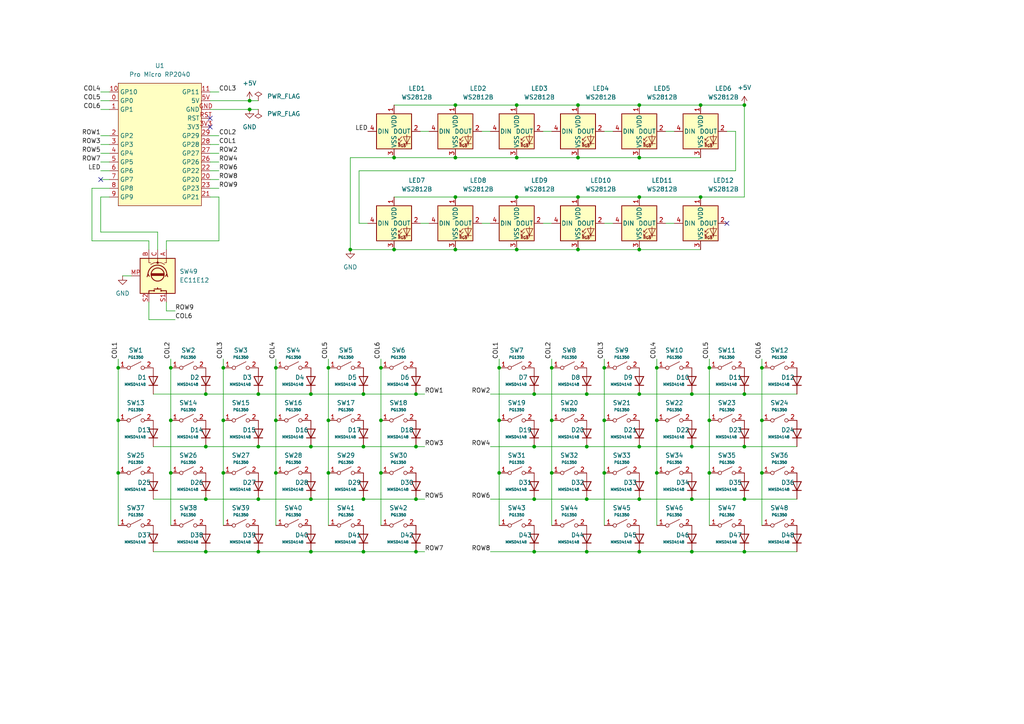
<source format=kicad_sch>
(kicad_sch (version 20250114) (generator "eeschema") (generator_version "9.0")
  (paper "A4")
  (junction (at 220.98 121.92))
  (junction (at 72.39 31.75))
  (junction (at 205.74 137.16))
  (junction (at 154.94 144.78))
  (junction (at 120.65 129.54))
  (junction (at 74.93 160.02))
  (junction (at 154.94 114.3))
  (junction (at 110.49 121.92))
  (junction (at 220.98 106.68))
  (junction (at 215.9 129.54))
  (junction (at 170.18 144.78))
  (junction (at 190.5 121.92))
  (junction (at 80.01 106.68))
  (junction (at 49.53 137.16))
  (junction (at 80.01 137.16))
  (junction (at 160.02 106.68))
  (junction (at 34.29 137.16))
  (junction (at 114.3 72.39))
  (junction (at 160.02 121.92))
  (junction (at 120.65 144.78))
  (junction (at 64.77 137.16))
  (junction (at 190.5 106.68))
  (junction (at 149.86 45.72))
  (junction (at 105.41 144.78))
  (junction (at 120.65 160.02))
  (junction (at 49.53 121.92))
  (junction (at 185.42 72.39))
  (junction (at 59.69 129.54))
  (junction (at 215.9 144.78))
  (junction (at 215.9 30.48))
  (junction (at 215.9 160.02))
  (junction (at 167.64 45.72))
  (junction (at 203.2 30.48))
  (junction (at 105.41 114.3))
  (junction (at 132.08 45.72))
  (junction (at 200.66 160.02))
  (junction (at 170.18 129.54))
  (junction (at 220.98 137.16))
  (junction (at 200.66 114.3))
  (junction (at 95.25 137.16))
  (junction (at 144.78 106.68))
  (junction (at 185.42 144.78))
  (junction (at 154.94 160.02))
  (junction (at 175.26 137.16))
  (junction (at 72.39 29.21))
  (junction (at 114.3 45.72))
  (junction (at 167.64 57.15))
  (junction (at 34.29 106.68))
  (junction (at 185.42 129.54))
  (junction (at 200.66 129.54))
  (junction (at 49.53 106.68))
  (junction (at 185.42 114.3))
  (junction (at 74.93 129.54))
  (junction (at 95.25 106.68))
  (junction (at 154.94 129.54))
  (junction (at 132.08 72.39))
  (junction (at 144.78 121.92))
  (junction (at 90.17 114.3))
  (junction (at 64.77 121.92))
  (junction (at 59.69 144.78))
  (junction (at 175.26 121.92))
  (junction (at 90.17 160.02))
  (junction (at 101.6 72.39))
  (junction (at 170.18 114.3))
  (junction (at 90.17 129.54))
  (junction (at 200.66 144.78))
  (junction (at 149.86 57.15))
  (junction (at 144.78 137.16))
  (junction (at 132.08 57.15))
  (junction (at 74.93 114.3))
  (junction (at 175.26 106.68))
  (junction (at 215.9 114.3))
  (junction (at 185.42 30.48))
  (junction (at 205.74 106.68))
  (junction (at 167.64 30.48))
  (junction (at 190.5 137.16))
  (junction (at 205.74 121.92))
  (junction (at 105.41 160.02))
  (junction (at 160.02 137.16))
  (junction (at 64.77 106.68))
  (junction (at 80.01 121.92))
  (junction (at 95.25 121.92))
  (junction (at 90.17 144.78))
  (junction (at 185.42 45.72))
  (junction (at 110.49 106.68))
  (junction (at 170.18 160.02))
  (junction (at 59.69 160.02))
  (junction (at 185.42 57.15))
  (junction (at 185.42 160.02))
  (junction (at 110.49 137.16))
  (junction (at 167.64 72.39))
  (junction (at 34.29 121.92))
  (junction (at 74.93 144.78))
  (junction (at 59.69 114.3))
  (junction (at 120.65 114.3))
  (junction (at 105.41 129.54))
  (junction (at 132.08 30.48))
  (junction (at 149.86 30.48))
  (junction (at 149.86 72.39))
  (junction (at 203.2 57.15))
  (no_connect (at 60.96 36.83))
  (no_connect (at 29.21 52.07))
  (no_connect (at 60.96 34.29))
  (no_connect (at 210.82 64.77))
  (wire (pts (xy 34.29 106.68) (xy 34.29 121.92)))
  (wire (pts (xy 101.6 72.39) (xy 114.3 72.39)))
  (wire (pts (xy 110.49 121.92) (xy 110.49 137.16)))
  (wire (pts (xy 29.21 29.21) (xy 31.75 29.21)))
  (wire (pts (xy 101.6 45.72) (xy 101.6 72.39)))
  (wire (pts (xy 142.24 129.54) (xy 154.94 129.54)))
  (wire (pts (xy 90.17 129.54) (xy 105.41 129.54)))
  (wire (pts (xy 185.42 160.02) (xy 200.66 160.02)))
  (wire (pts (xy 215.9 114.3) (xy 231.14 114.3)))
  (wire (pts (xy 63.5 26.67) (xy 60.96 26.67)))
  (wire (pts (xy 142.24 114.3) (xy 154.94 114.3)))
  (wire (pts (xy 29.21 52.07) (xy 31.75 52.07)))
  (wire (pts (xy 49.53 106.68) (xy 49.53 121.92)))
  (wire (pts (xy 177.8 64.77) (xy 175.26 64.77)))
  (wire (pts (xy 74.93 160.02) (xy 90.17 160.02)))
  (wire (pts (xy 114.3 45.72) (xy 101.6 45.72)))
  (wire (pts (xy 154.94 160.02) (xy 170.18 160.02)))
  (wire (pts (xy 63.5 49.53) (xy 60.96 49.53)))
  (wire (pts (xy 149.86 30.48) (xy 167.64 30.48)))
  (wire (pts (xy 44.45 160.02) (xy 59.69 160.02)))
  (wire (pts (xy 220.98 121.92) (xy 220.98 137.16)))
  (wire (pts (xy 95.25 137.16) (xy 95.25 152.4)))
  (wire (pts (xy 50.8 92.71) (xy 43.18 92.71)))
  (wire (pts (xy 60.96 29.21) (xy 72.39 29.21)))
  (wire (pts (xy 60.96 31.75) (xy 72.39 31.75)))
  (wire (pts (xy 105.41 129.54) (xy 120.65 129.54)))
  (wire (pts (xy 49.53 121.92) (xy 49.53 137.16)))
  (wire (pts (xy 48.26 69.85) (xy 63.5 69.85)))
  (wire (pts (xy 80.01 106.68) (xy 80.01 121.92)))
  (wire (pts (xy 175.26 104.14) (xy 175.26 106.68)))
  (wire (pts (xy 175.26 106.68) (xy 175.26 121.92)))
  (wire (pts (xy 80.01 121.92) (xy 80.01 137.16)))
  (wire (pts (xy 29.21 26.67) (xy 31.75 26.67)))
  (wire (pts (xy 48.26 72.39) (xy 48.26 69.85)))
  (wire (pts (xy 120.65 114.3) (xy 123.19 114.3)))
  (wire (pts (xy 149.86 72.39) (xy 167.64 72.39)))
  (wire (pts (xy 132.08 45.72) (xy 114.3 45.72)))
  (wire (pts (xy 59.69 144.78) (xy 74.93 144.78)))
  (wire (pts (xy 44.45 144.78) (xy 59.69 144.78)))
  (wire (pts (xy 190.5 104.14) (xy 190.5 106.68)))
  (wire (pts (xy 210.82 38.1) (xy 213.36 38.1)))
  (wire (pts (xy 43.18 69.85) (xy 26.67 69.85)))
  (wire (pts (xy 170.18 160.02) (xy 185.42 160.02)))
  (wire (pts (xy 160.02 137.16) (xy 160.02 152.4)))
  (wire (pts (xy 34.29 121.92) (xy 34.29 137.16)))
  (wire (pts (xy 167.64 45.72) (xy 149.86 45.72)))
  (wire (pts (xy 114.3 72.39) (xy 132.08 72.39)))
  (wire (pts (xy 185.42 45.72) (xy 167.64 45.72)))
  (wire (pts (xy 142.24 160.02) (xy 154.94 160.02)))
  (wire (pts (xy 105.41 114.3) (xy 120.65 114.3)))
  (wire (pts (xy 95.25 104.14) (xy 95.25 106.68)))
  (wire (pts (xy 175.26 121.92) (xy 175.26 137.16)))
  (wire (pts (xy 200.66 160.02) (xy 215.9 160.02)))
  (wire (pts (xy 45.72 67.31) (xy 45.72 72.39)))
  (wire (pts (xy 95.25 106.68) (xy 95.25 121.92)))
  (wire (pts (xy 63.5 52.07) (xy 60.96 52.07)))
  (wire (pts (xy 144.78 106.68) (xy 144.78 121.92)))
  (wire (pts (xy 170.18 114.3) (xy 185.42 114.3)))
  (wire (pts (xy 29.21 49.53) (xy 31.75 49.53)))
  (wire (pts (xy 29.21 57.15) (xy 31.75 57.15)))
  (wire (pts (xy 205.74 137.16) (xy 205.74 152.4)))
  (wire (pts (xy 144.78 137.16) (xy 144.78 152.4)))
  (wire (pts (xy 114.3 30.48) (xy 132.08 30.48)))
  (wire (pts (xy 160.02 38.1) (xy 157.48 38.1)))
  (wire (pts (xy 64.77 104.14) (xy 64.77 106.68)))
  (wire (pts (xy 104.14 49.53) (xy 104.14 64.77)))
  (wire (pts (xy 205.74 106.68) (xy 205.74 121.92)))
  (wire (pts (xy 104.14 64.77) (xy 106.68 64.77)))
  (wire (pts (xy 31.75 41.91) (xy 29.21 41.91)))
  (wire (pts (xy 43.18 92.71) (xy 43.18 87.63)))
  (wire (pts (xy 110.49 106.68) (xy 110.49 121.92)))
  (wire (pts (xy 200.66 114.3) (xy 215.9 114.3)))
  (wire (pts (xy 120.65 144.78) (xy 123.19 144.78)))
  (wire (pts (xy 120.65 160.02) (xy 123.19 160.02)))
  (wire (pts (xy 160.02 104.14) (xy 160.02 106.68)))
  (wire (pts (xy 160.02 106.68) (xy 160.02 121.92)))
  (wire (pts (xy 215.9 129.54) (xy 231.14 129.54)))
  (wire (pts (xy 185.42 129.54) (xy 200.66 129.54)))
  (wire (pts (xy 190.5 106.68) (xy 190.5 121.92)))
  (wire (pts (xy 95.25 121.92) (xy 95.25 137.16)))
  (wire (pts (xy 74.93 114.3) (xy 90.17 114.3)))
  (wire (pts (xy 203.2 30.48) (xy 215.9 30.48)))
  (wire (pts (xy 167.64 57.15) (xy 149.86 57.15)))
  (wire (pts (xy 63.5 46.99) (xy 60.96 46.99)))
  (wire (pts (xy 154.94 144.78) (xy 170.18 144.78)))
  (wire (pts (xy 90.17 114.3) (xy 105.41 114.3)))
  (wire (pts (xy 26.67 69.85) (xy 26.67 54.61)))
  (wire (pts (xy 74.93 31.75) (xy 72.39 31.75)))
  (wire (pts (xy 185.42 144.78) (xy 200.66 144.78)))
  (wire (pts (xy 149.86 45.72) (xy 132.08 45.72)))
  (wire (pts (xy 203.2 45.72) (xy 185.42 45.72)))
  (wire (pts (xy 74.93 144.78) (xy 90.17 144.78)))
  (wire (pts (xy 64.77 137.16) (xy 64.77 152.4)))
  (wire (pts (xy 185.42 72.39) (xy 203.2 72.39)))
  (wire (pts (xy 132.08 30.48) (xy 149.86 30.48)))
  (wire (pts (xy 34.29 104.14) (xy 34.29 106.68)))
  (wire (pts (xy 144.78 104.14) (xy 144.78 106.68)))
  (wire (pts (xy 200.66 144.78) (xy 215.9 144.78)))
  (wire (pts (xy 205.74 121.92) (xy 205.74 137.16)))
  (wire (pts (xy 195.58 38.1) (xy 193.04 38.1)))
  (wire (pts (xy 110.49 137.16) (xy 110.49 152.4)))
  (wire (pts (xy 29.21 67.31) (xy 45.72 67.31)))
  (wire (pts (xy 74.93 129.54) (xy 90.17 129.54)))
  (wire (pts (xy 160.02 121.92) (xy 160.02 137.16)))
  (wire (pts (xy 63.5 39.37) (xy 60.96 39.37)))
  (wire (pts (xy 205.74 104.14) (xy 205.74 106.68)))
  (wire (pts (xy 142.24 144.78) (xy 154.94 144.78)))
  (wire (pts (xy 124.46 38.1) (xy 121.92 38.1)))
  (wire (pts (xy 64.77 106.68) (xy 64.77 121.92)))
  (wire (pts (xy 177.8 38.1) (xy 175.26 38.1)))
  (wire (pts (xy 64.77 121.92) (xy 64.77 137.16)))
  (wire (pts (xy 29.21 44.45) (xy 31.75 44.45)))
  (wire (pts (xy 213.36 38.1) (xy 213.36 49.53)))
  (wire (pts (xy 110.49 104.14) (xy 110.49 106.68)))
  (wire (pts (xy 215.9 30.48) (xy 215.9 57.15)))
  (wire (pts (xy 29.21 31.75) (xy 31.75 31.75)))
  (wire (pts (xy 29.21 39.37) (xy 31.75 39.37)))
  (wire (pts (xy 59.69 129.54) (xy 74.93 129.54)))
  (wire (pts (xy 120.65 129.54) (xy 123.19 129.54)))
  (wire (pts (xy 160.02 64.77) (xy 157.48 64.77)))
  (wire (pts (xy 105.41 160.02) (xy 120.65 160.02)))
  (wire (pts (xy 185.42 57.15) (xy 167.64 57.15)))
  (wire (pts (xy 44.45 129.54) (xy 59.69 129.54)))
  (wire (pts (xy 80.01 137.16) (xy 80.01 152.4)))
  (wire (pts (xy 63.5 44.45) (xy 60.96 44.45)))
  (wire (pts (xy 213.36 49.53) (xy 104.14 49.53)))
  (wire (pts (xy 26.67 54.61) (xy 31.75 54.61)))
  (wire (pts (xy 154.94 129.54) (xy 170.18 129.54)))
  (wire (pts (xy 63.5 41.91) (xy 60.96 41.91)))
  (wire (pts (xy 74.93 29.21) (xy 72.39 29.21)))
  (wire (pts (xy 185.42 30.48) (xy 203.2 30.48)))
  (wire (pts (xy 43.18 72.39) (xy 43.18 69.85)))
  (wire (pts (xy 59.69 114.3) (xy 74.93 114.3)))
  (wire (pts (xy 29.21 57.15) (xy 29.21 67.31)))
  (wire (pts (xy 190.5 121.92) (xy 190.5 137.16)))
  (wire (pts (xy 220.98 106.68) (xy 220.98 121.92)))
  (wire (pts (xy 63.5 54.61) (xy 60.96 54.61)))
  (wire (pts (xy 132.08 72.39) (xy 149.86 72.39)))
  (wire (pts (xy 59.69 160.02) (xy 74.93 160.02)))
  (wire (pts (xy 34.29 137.16) (xy 34.29 152.4)))
  (wire (pts (xy 90.17 144.78) (xy 105.41 144.78)))
  (wire (pts (xy 38.1 80.01) (xy 35.56 80.01)))
  (wire (pts (xy 90.17 160.02) (xy 105.41 160.02)))
  (wire (pts (xy 190.5 137.16) (xy 190.5 152.4)))
  (wire (pts (xy 220.98 137.16) (xy 220.98 152.4)))
  (wire (pts (xy 48.26 90.17) (xy 50.8 90.17)))
  (wire (pts (xy 220.98 104.14) (xy 220.98 106.68)))
  (wire (pts (xy 185.42 114.3) (xy 200.66 114.3)))
  (wire (pts (xy 215.9 160.02) (xy 231.14 160.02)))
  (wire (pts (xy 144.78 121.92) (xy 144.78 137.16)))
  (wire (pts (xy 203.2 57.15) (xy 185.42 57.15)))
  (wire (pts (xy 142.24 38.1) (xy 139.7 38.1)))
  (wire (pts (xy 132.08 57.15) (xy 114.3 57.15)))
  (wire (pts (xy 167.64 30.48) (xy 185.42 30.48)))
  (wire (pts (xy 63.5 57.15) (xy 60.96 57.15)))
  (wire (pts (xy 142.24 64.77) (xy 139.7 64.77)))
  (wire (pts (xy 49.53 104.14) (xy 49.53 106.68)))
  (wire (pts (xy 105.41 144.78) (xy 120.65 144.78)))
  (wire (pts (xy 167.64 72.39) (xy 185.42 72.39)))
  (wire (pts (xy 170.18 129.54) (xy 185.42 129.54)))
  (wire (pts (xy 215.9 144.78) (xy 231.14 144.78)))
  (wire (pts (xy 170.18 144.78) (xy 185.42 144.78)))
  (wire (pts (xy 149.86 57.15) (xy 132.08 57.15)))
  (wire (pts (xy 44.45 114.3) (xy 59.69 114.3)))
  (wire (pts (xy 63.5 69.85) (xy 63.5 57.15)))
  (wire (pts (xy 175.26 137.16) (xy 175.26 152.4)))
  (wire (pts (xy 49.53 137.16) (xy 49.53 152.4)))
  (wire (pts (xy 195.58 64.77) (xy 193.04 64.77)))
  (wire (pts (xy 154.94 114.3) (xy 170.18 114.3)))
  (wire (pts (xy 80.01 104.14) (xy 80.01 106.68)))
  (wire (pts (xy 124.46 64.77) (xy 121.92 64.77)))
  (wire (pts (xy 31.75 46.99) (xy 29.21 46.99)))
  (wire (pts (xy 48.26 87.63) (xy 48.26 90.17)))
  (wire (pts (xy 215.9 57.15) (xy 203.2 57.15)))
  (wire (pts (xy 200.66 129.54) (xy 215.9 129.54)))
  (label "ROW9" (at 63.5 54.61 0))
  (label "COL2" (at 63.5 39.37 0))
  (label "COL1" (at 63.5 41.91 0))
  (label "COL5" (at 29.21 29.21 180))
  (label "COL4" (at 80.01 104.14 90))
  (label "COL3" (at 63.5 26.67 0))
  (label "ROW2" (at 142.24 114.3 180))
  (label "COL3" (at 64.77 104.14 90))
  (label "COL6" (at 220.98 104.14 90))
  (label "COL6" (at 110.49 104.14 90))
  (label "ROW7" (at 123.19 160.02 0))
  (label "ROW6" (at 142.24 144.78 180))
  (label "ROW4" (at 63.5 46.99 0))
  (label "COL1" (at 144.78 104.14 90))
  (label "COL5" (at 95.25 104.14 90))
  (label "ROW2" (at 63.5 44.45 0))
  (label "COL4" (at 29.21 26.67 180))
  (label "COL2" (at 160.02 104.14 90))
  (label "ROW8" (at 142.24 160.02 180))
  (label "COL4" (at 190.5 104.14 90))
  (label "COL3" (at 175.26 104.14 90))
  (label "ROW6" (at 63.5 49.53 0))
  (label "LED" (at 106.68 38.1 180))
  (label "COL2" (at 49.53 104.14 90))
  (label "ROW1" (at 29.21 39.37 180))
  (label "ROW5" (at 123.19 144.78 0))
  (label "ROW7" (at 29.21 46.99 180))
  (label "COL5" (at 205.74 104.14 90))
  (label "COL1" (at 34.29 104.14 90))
  (label "LED" (at 29.21 49.53 180))
  (label "ROW8" (at 63.5 52.07 0))
  (label "COL6" (at 29.21 31.75 180))
  (label "ROW4" (at 142.24 129.54 180))
  (label "ROW9" (at 50.8 90.17 0))
  (label "ROW3" (at 123.19 129.54 0))
  (label "ROW5" (at 29.21 44.45 180))
  (label "ROW1" (at 123.19 114.3 0))
  (label "COL6" (at 50.8 92.71 0))
  (label "ROW3" (at 29.21 41.91 180))
  (symbol (lib_id "pro_micro_rp2040:pro_micro_rp2040_min_nobot") (at 45.72 41.91 0) (unit 1)
    (property "Reference" "U1" (at 46.355 19.05 0))
    (property "Value" "Pro Micro RP2040" (at 46.355 21.59 0))
    (property "Footprint" "pro_micro_rp2040:pro_micro_rp2040_min_nobot" (effects (hide yes)))
  )
  (symbol (lib_id "Diode:MMSD4148") (at 59.69 125.73 270) (mirror x) (unit 1)
    (property "Reference" "D14" (at 55.118 124.714 90) (effects (justify left)))
    (property "Value" "MMSD4148" (at 51.308 126.746 90) (effects (font (size 0.762 0.762)) (justify left)))
    (property "Footprint" "diodes:D_SOD-123" (effects (hide yes)))
    (property "Datasheet" "https://www.onsemi.com/pub/Collateral/MMSD4148T1-D.PDF" (effects (hide yes)))
    (property "Description" "100V 200mA Switching Diode, SOD-123" (effects (hide yes)))
    (property "Sim.Device" "D" (effects (hide yes)))
    (property "Sim.Pins" "1=K 2=A" (effects (hide yes)))
  )
  (symbol (lib_id "Diode:MMSD4148") (at 90.17 125.73 270) (mirror x) (unit 1)
    (property "Reference" "D16" (at 85.598 124.714 90) (effects (justify left)))
    (property "Value" "MMSD4148" (at 81.788 126.746 90) (effects (font (size 0.762 0.762)) (justify left)))
    (property "Footprint" "diodes:D_SOD-123" (effects (hide yes)))
    (property "Datasheet" "https://www.onsemi.com/pub/Collateral/MMSD4148T1-D.PDF" (effects (hide yes)))
    (property "Description" "100V 200mA Switching Diode, SOD-123" (effects (hide yes)))
    (property "Sim.Device" "D" (effects (hide yes)))
    (property "Sim.Pins" "1=K 2=A" (effects (hide yes)))
  )
  (symbol (lib_id "Diode:MMSD4148") (at 120.65 140.97 270) (mirror x) (unit 1)
    (property "Reference" "D30" (at 116.078 139.954 90) (effects (justify left)))
    (property "Value" "MMSD4148" (at 112.268 141.986 90) (effects (font (size 0.762 0.762)) (justify left)))
    (property "Footprint" "diodes:D_SOD-123" (effects (hide yes)))
    (property "Datasheet" "https://www.onsemi.com/pub/Collateral/MMSD4148T1-D.PDF" (effects (hide yes)))
    (property "Description" "100V 200mA Switching Diode, SOD-123" (effects (hide yes)))
    (property "Sim.Device" "D" (effects (hide yes)))
    (property "Sim.Pins" "1=K 2=A" (effects (hide yes)))
  )
  (symbol (lib_id "Switch:SW_SPST") (at 69.85 121.92 0) (unit 1)
    (property "Reference" "SW15" (at 69.85 116.84 0))
    (property "Value" "PG1350" (at 69.85 118.872 0) (effects (font (size 0.762 0.762))))
    (property "Footprint" "keyswitches:SW_PG1350" (effects (hide yes)))
    (property "Description" "Single Pole Single Throw (SPST) switch" (effects (hide yes)))
  )
  (symbol (lib_id "LED:WS2812B") (at 203.2 64.77 0) (unit 1)
    (property "Reference" "LED12" (at 209.804 52.324 0))
    (property "Value" "WS2812B" (at 209.804 54.864 0))
    (property "Footprint" "LED_SMD:LED_WS2812B_PLCC4_5.0x5.0mm_P3.2mm" (effects (hide yes)))
    (property "Datasheet" "https://cdn-shop.adafruit.com/datasheets/WS2812B.pdf" (effects (hide yes)))
    (property "Description" "RGB LED with integrated controller" (effects (hide yes)))
  )
  (symbol (lib_id "Diode:MMSD4148") (at 120.65 110.49 270) (mirror x) (unit 1)
    (property "Reference" "D6" (at 116.078 109.474 90) (effects (justify left)))
    (property "Value" "MMSD4148" (at 112.268 111.506 90) (effects (font (size 0.762 0.762)) (justify left)))
    (property "Footprint" "diodes:D_SOD-123" (effects (hide yes)))
    (property "Datasheet" "https://www.onsemi.com/pub/Collateral/MMSD4148T1-D.PDF" (effects (hide yes)))
    (property "Description" "100V 200mA Switching Diode, SOD-123" (effects (hide yes)))
    (property "Sim.Device" "D" (effects (hide yes)))
    (property "Sim.Pins" "1=K 2=A" (effects (hide yes)))
  )
  (symbol (lib_id "Diode:MMSD4148") (at 44.45 125.73 270) (mirror x) (unit 1)
    (property "Reference" "D13" (at 39.878 124.714 90) (effects (justify left)))
    (property "Value" "MMSD4148" (at 36.068 126.746 90) (effects (font (size 0.762 0.762)) (justify left)))
    (property "Footprint" "diodes:D_SOD-123" (effects (hide yes)))
    (property "Datasheet" "https://www.onsemi.com/pub/Collateral/MMSD4148T1-D.PDF" (effects (hide yes)))
    (property "Description" "100V 200mA Switching Diode, SOD-123" (effects (hide yes)))
    (property "Sim.Device" "D" (effects (hide yes)))
    (property "Sim.Pins" "1=K 2=A" (effects (hide yes)))
  )
  (symbol (lib_id "Switch:SW_SPST") (at 54.61 137.16 0) (unit 1)
    (property "Reference" "SW26" (at 54.61 132.08 0))
    (property "Value" "PG1350" (at 54.61 134.112 0) (effects (font (size 0.762 0.762))))
    (property "Footprint" "keyswitches:SW_PG1350" (effects (hide yes)))
    (property "Description" "Single Pole Single Throw (SPST) switch" (effects (hide yes)))
  )
  (symbol (lib_id "Diode:MMSD4148") (at 200.66 140.97 270) (mirror x) (unit 1)
    (property "Reference" "D34" (at 196.088 139.954 90) (effects (justify left)))
    (property "Value" "MMSD4148" (at 192.278 141.986 90) (effects (font (size 0.762 0.762)) (justify left)))
    (property "Footprint" "diodes:D_SOD-123" (effects (hide yes)))
    (property "Datasheet" "https://www.onsemi.com/pub/Collateral/MMSD4148T1-D.PDF" (effects (hide yes)))
    (property "Description" "100V 200mA Switching Diode, SOD-123" (effects (hide yes)))
    (property "Sim.Device" "D" (effects (hide yes)))
    (property "Sim.Pins" "1=K 2=A" (effects (hide yes)))
  )
  (symbol (lib_id "Switch:SW_SPST") (at 165.1 106.68 0) (unit 1)
    (property "Reference" "SW8" (at 165.1 101.6 0))
    (property "Value" "PG1350" (at 165.1 103.632 0) (effects (font (size 0.762 0.762))))
    (property "Footprint" "keyswitches:SW_PG1350" (effects (hide yes)))
    (property "Description" "Single Pole Single Throw (SPST) switch" (effects (hide yes)))
  )
  (symbol (lib_id "Diode:MMSD4148") (at 185.42 110.49 270) (mirror x) (unit 1)
    (property "Reference" "D9" (at 180.848 109.474 90) (effects (justify left)))
    (property "Value" "MMSD4148" (at 177.038 111.506 90) (effects (font (size 0.762 0.762)) (justify left)))
    (property "Footprint" "diodes:D_SOD-123" (effects (hide yes)))
    (property "Datasheet" "https://www.onsemi.com/pub/Collateral/MMSD4148T1-D.PDF" (effects (hide yes)))
    (property "Description" "100V 200mA Switching Diode, SOD-123" (effects (hide yes)))
    (property "Sim.Device" "D" (effects (hide yes)))
    (property "Sim.Pins" "1=K 2=A" (effects (hide yes)))
  )
  (symbol (lib_id "Switch:SW_SPST") (at 69.85 137.16 0) (unit 1)
    (property "Reference" "SW27" (at 69.85 132.08 0))
    (property "Value" "PG1350" (at 69.85 134.112 0) (effects (font (size 0.762 0.762))))
    (property "Footprint" "keyswitches:SW_PG1350" (effects (hide yes)))
    (property "Description" "Single Pole Single Throw (SPST) switch" (effects (hide yes)))
  )
  (symbol (lib_id "Switch:SW_SPST") (at 69.85 106.68 0) (unit 1)
    (property "Reference" "SW3" (at 69.85 101.6 0))
    (property "Value" "PG1350" (at 69.85 103.632 0) (effects (font (size 0.762 0.762))))
    (property "Footprint" "keyswitches:SW_PG1350" (effects (hide yes)))
    (property "Description" "Single Pole Single Throw (SPST) switch" (effects (hide yes)))
  )
  (symbol (lib_id "Diode:MMSD4148") (at 90.17 110.49 270) (mirror x) (unit 1)
    (property "Reference" "D4" (at 85.598 109.474 90) (effects (justify left)))
    (property "Value" "MMSD4148" (at 81.788 111.506 90) (effects (font (size 0.762 0.762)) (justify left)))
    (property "Footprint" "diodes:D_SOD-123" (effects (hide yes)))
    (property "Datasheet" "https://www.onsemi.com/pub/Collateral/MMSD4148T1-D.PDF" (effects (hide yes)))
    (property "Description" "100V 200mA Switching Diode, SOD-123" (effects (hide yes)))
    (property "Sim.Device" "D" (effects (hide yes)))
    (property "Sim.Pins" "1=K 2=A" (effects (hide yes)))
  )
  (symbol (lib_id "LED:WS2812B") (at 185.42 64.77 0) (unit 1)
    (property "Reference" "LED11" (at 192.024 52.324 0))
    (property "Value" "WS2812B" (at 192.024 54.864 0))
    (property "Footprint" "LED_SMD:LED_WS2812B_PLCC4_5.0x5.0mm_P3.2mm" (effects (hide yes)))
    (property "Datasheet" "https://cdn-shop.adafruit.com/datasheets/WS2812B.pdf" (effects (hide yes)))
    (property "Description" "RGB LED with integrated controller" (effects (hide yes)))
  )
  (symbol (lib_id "Diode:MMSD4148") (at 215.9 140.97 270) (mirror x) (unit 1)
    (property "Reference" "D35" (at 211.328 139.954 90) (effects (justify left)))
    (property "Value" "MMSD4148" (at 207.518 141.986 90) (effects (font (size 0.762 0.762)) (justify left)))
    (property "Footprint" "diodes:D_SOD-123" (effects (hide yes)))
    (property "Datasheet" "https://www.onsemi.com/pub/Collateral/MMSD4148T1-D.PDF" (effects (hide yes)))
    (property "Description" "100V 200mA Switching Diode, SOD-123" (effects (hide yes)))
    (property "Sim.Device" "D" (effects (hide yes)))
    (property "Sim.Pins" "1=K 2=A" (effects (hide yes)))
  )
  (symbol (lib_id "Switch:SW_SPST") (at 226.06 106.68 0) (unit 1)
    (property "Reference" "SW12" (at 226.06 101.6 0))
    (property "Value" "PG1350" (at 226.06 103.632 0) (effects (font (size 0.762 0.762))))
    (property "Footprint" "keyswitches:SW_PG1350" (effects (hide yes)))
    (property "Description" "Single Pole Single Throw (SPST) switch" (effects (hide yes)))
  )
  (symbol (lib_id "Switch:SW_SPST") (at 226.06 121.92 0) (unit 1)
    (property "Reference" "SW24" (at 226.06 116.84 0))
    (property "Value" "PG1350" (at 226.06 118.872 0) (effects (font (size 0.762 0.762))))
    (property "Footprint" "keyswitches:SW_PG1350" (effects (hide yes)))
    (property "Description" "Single Pole Single Throw (SPST) switch" (effects (hide yes)))
  )
  (symbol (lib_id "Switch:SW_SPST") (at 195.58 121.92 0) (unit 1)
    (property "Reference" "SW22" (at 195.58 116.84 0))
    (property "Value" "PG1350" (at 195.58 118.872 0) (effects (font (size 0.762 0.762))))
    (property "Footprint" "keyswitches:SW_PG1350" (effects (hide yes)))
    (property "Description" "Single Pole Single Throw (SPST) switch" (effects (hide yes)))
  )
  (symbol (lib_id "Diode:MMSD4148") (at 200.66 125.73 270) (mirror x) (unit 1)
    (property "Reference" "D22" (at 196.088 124.714 90) (effects (justify left)))
    (property "Value" "MMSD4148" (at 192.278 126.746 90) (effects (font (size 0.762 0.762)) (justify left)))
    (property "Footprint" "diodes:D_SOD-123" (effects (hide yes)))
    (property "Datasheet" "https://www.onsemi.com/pub/Collateral/MMSD4148T1-D.PDF" (effects (hide yes)))
    (property "Description" "100V 200mA Switching Diode, SOD-123" (effects (hide yes)))
    (property "Sim.Device" "D" (effects (hide yes)))
    (property "Sim.Pins" "1=K 2=A" (effects (hide yes)))
  )
  (symbol (lib_id "Diode:MMSD4148") (at 215.9 156.21 270) (mirror x) (unit 1)
    (property "Reference" "D47" (at 211.328 155.194 90) (effects (justify left)))
    (property "Value" "MMSD4148" (at 207.518 157.226 90) (effects (font (size 0.762 0.762)) (justify left)))
    (property "Footprint" "diodes:D_SOD-123" (effects (hide yes)))
    (property "Datasheet" "https://www.onsemi.com/pub/Collateral/MMSD4148T1-D.PDF" (effects (hide yes)))
    (property "Description" "100V 200mA Switching Diode, SOD-123" (effects (hide yes)))
    (property "Sim.Device" "D" (effects (hide yes)))
    (property "Sim.Pins" "1=K 2=A" (effects (hide yes)))
  )
  (symbol (lib_id "Diode:MMSD4148") (at 90.17 140.97 270) (mirror x) (unit 1)
    (property "Reference" "D28" (at 85.598 139.954 90) (effects (justify left)))
    (property "Value" "MMSD4148" (at 81.788 141.986 90) (effects (font (size 0.762 0.762)) (justify left)))
    (property "Footprint" "diodes:D_SOD-123" (effects (hide yes)))
    (property "Datasheet" "https://www.onsemi.com/pub/Collateral/MMSD4148T1-D.PDF" (effects (hide yes)))
    (property "Description" "100V 200mA Switching Diode, SOD-123" (effects (hide yes)))
    (property "Sim.Device" "D" (effects (hide yes)))
    (property "Sim.Pins" "1=K 2=A" (effects (hide yes)))
  )
  (symbol (lib_id "Diode:MMSD4148") (at 231.14 140.97 270) (mirror x) (unit 1)
    (property "Reference" "D36" (at 226.568 139.954 90) (effects (justify left)))
    (property "Value" "MMSD4148" (at 222.758 141.986 90) (effects (font (size 0.762 0.762)) (justify left)))
    (property "Footprint" "diodes:D_SOD-123" (effects (hide yes)))
    (property "Datasheet" "https://www.onsemi.com/pub/Collateral/MMSD4148T1-D.PDF" (effects (hide yes)))
    (property "Description" "100V 200mA Switching Diode, SOD-123" (effects (hide yes)))
    (property "Sim.Device" "D" (effects (hide yes)))
    (property "Sim.Pins" "1=K 2=A" (effects (hide yes)))
  )
  (symbol (lib_id "LED:WS2812B") (at 132.08 64.77 0) (unit 1)
    (property "Reference" "LED8" (at 138.684 52.324 0))
    (property "Value" "WS2812B" (at 138.684 54.864 0))
    (property "Footprint" "LED_SMD:LED_WS2812B_PLCC4_5.0x5.0mm_P3.2mm" (effects (hide yes)))
    (property "Datasheet" "https://cdn-shop.adafruit.com/datasheets/WS2812B.pdf" (effects (hide yes)))
    (property "Description" "RGB LED with integrated controller" (effects (hide yes)))
  )
  (symbol (lib_id "Switch:SW_SPST") (at 54.61 106.68 0) (unit 1)
    (property "Reference" "SW2" (at 54.61 101.6 0))
    (property "Value" "PG1350" (at 54.61 103.632 0) (effects (font (size 0.762 0.762))))
    (property "Footprint" "keyswitches:SW_PG1350" (effects (hide yes)))
    (property "Description" "Single Pole Single Throw (SPST) switch" (effects (hide yes)))
  )
  (symbol (lib_id "Diode:MMSD4148") (at 200.66 110.49 270) (mirror x) (unit 1)
    (property "Reference" "D10" (at 196.088 109.474 90) (effects (justify left)))
    (property "Value" "MMSD4148" (at 192.278 111.506 90) (effects (font (size 0.762 0.762)) (justify left)))
    (property "Footprint" "diodes:D_SOD-123" (effects (hide yes)))
    (property "Datasheet" "https://www.onsemi.com/pub/Collateral/MMSD4148T1-D.PDF" (effects (hide yes)))
    (property "Description" "100V 200mA Switching Diode, SOD-123" (effects (hide yes)))
    (property "Sim.Device" "D" (effects (hide yes)))
    (property "Sim.Pins" "1=K 2=A" (effects (hide yes)))
  )
  (symbol (lib_id "Diode:MMSD4148") (at 185.42 125.73 270) (mirror x) (unit 1)
    (property "Reference" "D21" (at 180.848 124.714 90) (effects (justify left)))
    (property "Value" "MMSD4148" (at 177.038 126.746 90) (effects (font (size 0.762 0.762)) (justify left)))
    (property "Footprint" "diodes:D_SOD-123" (effects (hide yes)))
    (property "Datasheet" "https://www.onsemi.com/pub/Collateral/MMSD4148T1-D.PDF" (effects (hide yes)))
    (property "Description" "100V 200mA Switching Diode, SOD-123" (effects (hide yes)))
    (property "Sim.Device" "D" (effects (hide yes)))
    (property "Sim.Pins" "1=K 2=A" (effects (hide yes)))
  )
  (symbol (lib_id "Switch:SW_SPST") (at 39.37 121.92 0) (unit 1)
    (property "Reference" "SW13" (at 39.37 116.84 0))
    (property "Value" "PG1350" (at 39.37 118.872 0) (effects (font (size 0.762 0.762))))
    (property "Footprint" "keyswitches:SW_PG1350" (effects (hide yes)))
    (property "Description" "Single Pole Single Throw (SPST) switch" (effects (hide yes)))
  )
  (symbol (lib_id "LED:WS2812B") (at 167.64 38.1 0) (unit 1)
    (property "Reference" "LED4" (at 174.244 25.654 0))
    (property "Value" "WS2812B" (at 174.244 28.194 0))
    (property "Footprint" "LED_SMD:LED_WS2812B_PLCC4_5.0x5.0mm_P3.2mm" (effects (hide yes)))
    (property "Datasheet" "https://cdn-shop.adafruit.com/datasheets/WS2812B.pdf" (effects (hide yes)))
    (property "Description" "RGB LED with integrated controller" (effects (hide yes)))
  )
  (symbol (lib_id "Device:RotaryEncoder_Switch_MP") (at 45.72 80.01 270) (unit 1)
    (property "Reference" "SW49" (at 52.07 78.7399 90) (effects (justify left)))
    (property "Value" "EC11E12" (at 52.07 81.2799 90) (effects (justify left)))
    (property "Footprint" "encoders:ec11e12" (effects (hide yes)))
    (property "Description" "Rotary encoder, dual channel, incremental quadrate outputs, with switch and MP Pin" (effects (hide yes)))
  )
  (symbol (lib_id "Diode:MMSD4148") (at 170.18 110.49 270) (mirror x) (unit 1)
    (property "Reference" "D8" (at 165.608 109.474 90) (effects (justify left)))
    (property "Value" "MMSD4148" (at 161.798 111.506 90) (effects (font (size 0.762 0.762)) (justify left)))
    (property "Footprint" "diodes:D_SOD-123" (effects (hide yes)))
    (property "Datasheet" "https://www.onsemi.com/pub/Collateral/MMSD4148T1-D.PDF" (effects (hide yes)))
    (property "Description" "100V 200mA Switching Diode, SOD-123" (effects (hide yes)))
    (property "Sim.Device" "D" (effects (hide yes)))
    (property "Sim.Pins" "1=K 2=A" (effects (hide yes)))
  )
  (symbol (lib_id "Switch:SW_SPST") (at 100.33 137.16 0) (unit 1)
    (property "Reference" "SW29" (at 100.33 132.08 0))
    (property "Value" "PG1350" (at 100.33 134.112 0) (effects (font (size 0.762 0.762))))
    (property "Footprint" "keyswitches:SW_PG1350" (effects (hide yes)))
    (property "Description" "Single Pole Single Throw (SPST) switch" (effects (hide yes)))
  )
  (symbol (lib_id "Diode:MMSD4148") (at 170.18 140.97 270) (mirror x) (unit 1)
    (property "Reference" "D32" (at 165.608 139.954 90) (effects (justify left)))
    (property "Value" "MMSD4148" (at 161.798 141.986 90) (effects (font (size 0.762 0.762)) (justify left)))
    (property "Footprint" "diodes:D_SOD-123" (effects (hide yes)))
    (property "Datasheet" "https://www.onsemi.com/pub/Collateral/MMSD4148T1-D.PDF" (effects (hide yes)))
    (property "Description" "100V 200mA Switching Diode, SOD-123" (effects (hide yes)))
    (property "Sim.Device" "D" (effects (hide yes)))
    (property "Sim.Pins" "1=K 2=A" (effects (hide yes)))
  )
  (symbol (lib_id "Diode:MMSD4148") (at 105.41 125.73 270) (mirror x) (unit 1)
    (property "Reference" "D17" (at 100.838 124.714 90) (effects (justify left)))
    (property "Value" "MMSD4148" (at 97.028 126.746 90) (effects (font (size 0.762 0.762)) (justify left)))
    (property "Footprint" "diodes:D_SOD-123" (effects (hide yes)))
    (property "Datasheet" "https://www.onsemi.com/pub/Collateral/MMSD4148T1-D.PDF" (effects (hide yes)))
    (property "Description" "100V 200mA Switching Diode, SOD-123" (effects (hide yes)))
    (property "Sim.Device" "D" (effects (hide yes)))
    (property "Sim.Pins" "1=K 2=A" (effects (hide yes)))
  )
  (symbol (lib_id "Switch:SW_SPST") (at 165.1 137.16 0) (unit 1)
    (property "Reference" "SW32" (at 165.1 132.08 0))
    (property "Value" "PG1350" (at 165.1 134.112 0) (effects (font (size 0.762 0.762))))
    (property "Footprint" "keyswitches:SW_PG1350" (effects (hide yes)))
    (property "Description" "Single Pole Single Throw (SPST) switch" (effects (hide yes)))
  )
  (symbol (lib_id "Diode:MMSD4148") (at 185.42 156.21 270) (mirror x) (unit 1)
    (property "Reference" "D45" (at 180.848 155.194 90) (effects (justify left)))
    (property "Value" "MMSD4148" (at 177.038 157.226 90) (effects (font (size 0.762 0.762)) (justify left)))
    (property "Footprint" "diodes:D_SOD-123" (effects (hide yes)))
    (property "Datasheet" "https://www.onsemi.com/pub/Collateral/MMSD4148T1-D.PDF" (effects (hide yes)))
    (property "Description" "100V 200mA Switching Diode, SOD-123" (effects (hide yes)))
    (property "Sim.Device" "D" (effects (hide yes)))
    (property "Sim.Pins" "1=K 2=A" (effects (hide yes)))
  )
  (symbol (lib_id "Diode:MMSD4148") (at 44.45 110.49 270) (mirror x) (unit 1)
    (property "Reference" "D1" (at 39.878 109.474 90) (effects (justify left)))
    (property "Value" "MMSD4148" (at 36.068 111.506 90) (effects (font (size 0.762 0.762)) (justify left)))
    (property "Footprint" "diodes:D_SOD-123" (effects (hide yes)))
    (property "Datasheet" "https://www.onsemi.com/pub/Collateral/MMSD4148T1-D.PDF" (effects (hide yes)))
    (property "Description" "100V 200mA Switching Diode, SOD-123" (effects (hide yes)))
    (property "Sim.Device" "D" (effects (hide yes)))
    (property "Sim.Pins" "1=K 2=A" (effects (hide yes)))
  )
  (symbol (lib_id "Switch:SW_SPST") (at 149.86 106.68 0) (unit 1)
    (property "Reference" "SW7" (at 149.86 101.6 0))
    (property "Value" "PG1350" (at 149.86 103.632 0) (effects (font (size 0.762 0.762))))
    (property "Footprint" "keyswitches:SW_PG1350" (effects (hide yes)))
    (property "Description" "Single Pole Single Throw (SPST) switch" (effects (hide yes)))
  )
  (symbol (lib_id "Diode:MMSD4148") (at 200.66 156.21 270) (mirror x) (unit 1)
    (property "Reference" "D46" (at 196.088 155.194 90) (effects (justify left)))
    (property "Value" "MMSD4148" (at 192.278 157.226 90) (effects (font (size 0.762 0.762)) (justify left)))
    (property "Footprint" "diodes:D_SOD-123" (effects (hide yes)))
    (property "Datasheet" "https://www.onsemi.com/pub/Collateral/MMSD4148T1-D.PDF" (effects (hide yes)))
    (property "Description" "100V 200mA Switching Diode, SOD-123" (effects (hide yes)))
    (property "Sim.Device" "D" (effects (hide yes)))
    (property "Sim.Pins" "1=K 2=A" (effects (hide yes)))
  )
  (symbol (lib_id "LED:WS2812B") (at 132.08 38.1 0) (unit 1)
    (property "Reference" "LED2" (at 138.684 25.654 0))
    (property "Value" "WS2812B" (at 138.684 28.194 0))
    (property "Footprint" "LED_SMD:LED_WS2812B_PLCC4_5.0x5.0mm_P3.2mm" (effects (hide yes)))
    (property "Datasheet" "https://cdn-shop.adafruit.com/datasheets/WS2812B.pdf" (effects (hide yes)))
    (property "Description" "RGB LED with integrated controller" (effects (hide yes)))
  )
  (symbol (lib_id "Diode:MMSD4148") (at 44.45 156.21 270) (mirror x) (unit 1)
    (property "Reference" "D37" (at 39.878 155.194 90) (effects (justify left)))
    (property "Value" "MMSD4148" (at 36.068 157.226 90) (effects (font (size 0.762 0.762)) (justify left)))
    (property "Footprint" "diodes:D_SOD-123" (effects (hide yes)))
    (property "Datasheet" "https://www.onsemi.com/pub/Collateral/MMSD4148T1-D.PDF" (effects (hide yes)))
    (property "Description" "100V 200mA Switching Diode, SOD-123" (effects (hide yes)))
    (property "Sim.Device" "D" (effects (hide yes)))
    (property "Sim.Pins" "1=K 2=A" (effects (hide yes)))
  )
  (symbol (lib_id "Switch:SW_SPST") (at 100.33 152.4 0) (unit 1)
    (property "Reference" "SW41" (at 100.33 147.32 0))
    (property "Value" "PG1350" (at 100.33 149.352 0) (effects (font (size 0.762 0.762))))
    (property "Footprint" "keyswitches:SW_PG1350" (effects (hide yes)))
    (property "Description" "Single Pole Single Throw (SPST) switch" (effects (hide yes)))
  )
  (symbol (lib_id "Diode:MMSD4148") (at 59.69 110.49 270) (mirror x) (unit 1)
    (property "Reference" "D2" (at 55.118 109.474 90) (effects (justify left)))
    (property "Value" "MMSD4148" (at 51.308 111.506 90) (effects (font (size 0.762 0.762)) (justify left)))
    (property "Footprint" "diodes:D_SOD-123" (effects (hide yes)))
    (property "Datasheet" "https://www.onsemi.com/pub/Collateral/MMSD4148T1-D.PDF" (effects (hide yes)))
    (property "Description" "100V 200mA Switching Diode, SOD-123" (effects (hide yes)))
    (property "Sim.Device" "D" (effects (hide yes)))
    (property "Sim.Pins" "1=K 2=A" (effects (hide yes)))
  )
  (symbol (lib_id "Diode:MMSD4148") (at 154.94 110.49 270) (mirror x) (unit 1)
    (property "Reference" "D7" (at 150.368 109.474 90) (effects (justify left)))
    (property "Value" "MMSD4148" (at 146.558 111.506 90) (effects (font (size 0.762 0.762)) (justify left)))
    (property "Footprint" "diodes:D_SOD-123" (effects (hide yes)))
    (property "Datasheet" "https://www.onsemi.com/pub/Collateral/MMSD4148T1-D.PDF" (effects (hide yes)))
    (property "Description" "100V 200mA Switching Diode, SOD-123" (effects (hide yes)))
    (property "Sim.Device" "D" (effects (hide yes)))
    (property "Sim.Pins" "1=K 2=A" (effects (hide yes)))
  )
  (symbol (lib_id "Switch:SW_SPST") (at 210.82 137.16 0) (unit 1)
    (property "Reference" "SW35" (at 210.82 132.08 0))
    (property "Value" "PG1350" (at 210.82 134.112 0) (effects (font (size 0.762 0.762))))
    (property "Footprint" "keyswitches:SW_PG1350" (effects (hide yes)))
    (property "Description" "Single Pole Single Throw (SPST) switch" (effects (hide yes)))
  )
  (symbol (lib_id "Switch:SW_SPST") (at 180.34 152.4 0) (unit 1)
    (property "Reference" "SW45" (at 180.34 147.32 0))
    (property "Value" "PG1350" (at 180.34 149.352 0) (effects (font (size 0.762 0.762))))
    (property "Footprint" "keyswitches:SW_PG1350" (effects (hide yes)))
    (property "Description" "Single Pole Single Throw (SPST) switch" (effects (hide yes)))
  )
  (symbol (lib_id "Switch:SW_SPST") (at 180.34 106.68 0) (unit 1)
    (property "Reference" "SW9" (at 180.34 101.6 0))
    (property "Value" "PG1350" (at 180.34 103.632 0) (effects (font (size 0.762 0.762))))
    (property "Footprint" "keyswitches:SW_PG1350" (effects (hide yes)))
    (property "Description" "Single Pole Single Throw (SPST) switch" (effects (hide yes)))
  )
  (symbol (lib_id "Switch:SW_SPST") (at 226.06 152.4 0) (unit 1)
    (property "Reference" "SW48" (at 226.06 147.32 0))
    (property "Value" "PG1350" (at 226.06 149.352 0) (effects (font (size 0.762 0.762))))
    (property "Footprint" "keyswitches:SW_PG1350" (effects (hide yes)))
    (property "Description" "Single Pole Single Throw (SPST) switch" (effects (hide yes)))
  )
  (symbol (lib_id "Switch:SW_SPST") (at 100.33 106.68 0) (unit 1)
    (property "Reference" "SW5" (at 100.33 101.6 0))
    (property "Value" "PG1350" (at 100.33 103.632 0) (effects (font (size 0.762 0.762))))
    (property "Footprint" "keyswitches:SW_PG1350" (effects (hide yes)))
    (property "Description" "Single Pole Single Throw (SPST) switch" (effects (hide yes)))
  )
  (symbol (lib_id "Switch:SW_SPST") (at 180.34 137.16 0) (unit 1)
    (property "Reference" "SW33" (at 180.34 132.08 0))
    (property "Value" "PG1350" (at 180.34 134.112 0) (effects (font (size 0.762 0.762))))
    (property "Footprint" "keyswitches:SW_PG1350" (effects (hide yes)))
    (property "Description" "Single Pole Single Throw (SPST) switch" (effects (hide yes)))
  )
  (symbol (lib_id "Switch:SW_SPST") (at 85.09 137.16 0) (unit 1)
    (property "Reference" "SW28" (at 85.09 132.08 0))
    (property "Value" "PG1350" (at 85.09 134.112 0) (effects (font (size 0.762 0.762))))
    (property "Footprint" "keyswitches:SW_PG1350" (effects (hide yes)))
    (property "Description" "Single Pole Single Throw (SPST) switch" (effects (hide yes)))
  )
  (symbol (lib_id "Switch:SW_SPST") (at 115.57 121.92 0) (unit 1)
    (property "Reference" "SW18" (at 115.57 116.84 0))
    (property "Value" "PG1350" (at 115.57 118.872 0) (effects (font (size 0.762 0.762))))
    (property "Footprint" "keyswitches:SW_PG1350" (effects (hide yes)))
    (property "Description" "Single Pole Single Throw (SPST) switch" (effects (hide yes)))
  )
  (symbol (lib_id "Diode:MMSD4148") (at 231.14 125.73 270) (mirror x) (unit 1)
    (property "Reference" "D24" (at 226.568 124.714 90) (effects (justify left)))
    (property "Value" "MMSD4148" (at 222.758 126.746 90) (effects (font (size 0.762 0.762)) (justify left)))
    (property "Footprint" "diodes:D_SOD-123" (effects (hide yes)))
    (property "Datasheet" "https://www.onsemi.com/pub/Collateral/MMSD4148T1-D.PDF" (effects (hide yes)))
    (property "Description" "100V 200mA Switching Diode, SOD-123" (effects (hide yes)))
    (property "Sim.Device" "D" (effects (hide yes)))
    (property "Sim.Pins" "1=K 2=A" (effects (hide yes)))
  )
  (symbol (lib_id "Switch:SW_SPST") (at 210.82 106.68 0) (unit 1)
    (property "Reference" "SW11" (at 210.82 101.6 0))
    (property "Value" "PG1350" (at 210.82 103.632 0) (effects (font (size 0.762 0.762))))
    (property "Footprint" "keyswitches:SW_PG1350" (effects (hide yes)))
    (property "Description" "Single Pole Single Throw (SPST) switch" (effects (hide yes)))
  )
  (symbol (lib_id "Diode:MMSD4148") (at 90.17 156.21 270) (mirror x) (unit 1)
    (property "Reference" "D40" (at 85.598 155.194 90) (effects (justify left)))
    (property "Value" "MMSD4148" (at 81.788 157.226 90) (effects (font (size 0.762 0.762)) (justify left)))
    (property "Footprint" "diodes:D_SOD-123" (effects (hide yes)))
    (property "Datasheet" "https://www.onsemi.com/pub/Collateral/MMSD4148T1-D.PDF" (effects (hide yes)))
    (property "Description" "100V 200mA Switching Diode, SOD-123" (effects (hide yes)))
    (property "Sim.Device" "D" (effects (hide yes)))
    (property "Sim.Pins" "1=K 2=A" (effects (hide yes)))
  )
  (symbol (lib_id "Diode:MMSD4148") (at 120.65 156.21 270) (mirror x) (unit 1)
    (property "Reference" "D42" (at 116.078 155.194 90) (effects (justify left)))
    (property "Value" "MMSD4148" (at 112.268 157.226 90) (effects (font (size 0.762 0.762)) (justify left)))
    (property "Footprint" "diodes:D_SOD-123" (effects (hide yes)))
    (property "Datasheet" "https://www.onsemi.com/pub/Collateral/MMSD4148T1-D.PDF" (effects (hide yes)))
    (property "Description" "100V 200mA Switching Diode, SOD-123" (effects (hide yes)))
    (property "Sim.Device" "D" (effects (hide yes)))
    (property "Sim.Pins" "1=K 2=A" (effects (hide yes)))
  )
  (symbol (lib_id "Switch:SW_SPST") (at 149.86 137.16 0) (unit 1)
    (property "Reference" "SW31" (at 149.86 132.08 0))
    (property "Value" "PG1350" (at 149.86 134.112 0) (effects (font (size 0.762 0.762))))
    (property "Footprint" "keyswitches:SW_PG1350" (effects (hide yes)))
    (property "Description" "Single Pole Single Throw (SPST) switch" (effects (hide yes)))
  )
  (symbol (lib_id "Switch:SW_SPST") (at 195.58 152.4 0) (unit 1)
    (property "Reference" "SW46" (at 195.58 147.32 0))
    (property "Value" "PG1350" (at 195.58 149.352 0) (effects (font (size 0.762 0.762))))
    (property "Footprint" "keyswitches:SW_PG1350" (effects (hide yes)))
    (property "Description" "Single Pole Single Throw (SPST) switch" (effects (hide yes)))
  )
  (symbol (lib_id "Switch:SW_SPST") (at 54.61 152.4 0) (unit 1)
    (property "Reference" "SW38" (at 54.61 147.32 0))
    (property "Value" "PG1350" (at 54.61 149.352 0) (effects (font (size 0.762 0.762))))
    (property "Footprint" "keyswitches:SW_PG1350" (effects (hide yes)))
    (property "Description" "Single Pole Single Throw (SPST) switch" (effects (hide yes)))
  )
  (symbol (lib_id "Switch:SW_SPST") (at 115.57 152.4 0) (unit 1)
    (property "Reference" "SW42" (at 115.57 147.32 0))
    (property "Value" "PG1350" (at 115.57 149.352 0) (effects (font (size 0.762 0.762))))
    (property "Footprint" "keyswitches:SW_PG1350" (effects (hide yes)))
    (property "Description" "Single Pole Single Throw (SPST) switch" (effects (hide yes)))
  )
  (symbol (lib_id "LED:WS2812B") (at 114.3 38.1 0) (unit 1)
    (property "Reference" "LED1" (at 120.904 25.654 0))
    (property "Value" "WS2812B" (at 120.904 28.194 0))
    (property "Footprint" "LED_SMD:LED_WS2812B_PLCC4_5.0x5.0mm_P3.2mm" (effects (hide yes)))
    (property "Datasheet" "https://cdn-shop.adafruit.com/datasheets/WS2812B.pdf" (effects (hide yes)))
    (property "Description" "RGB LED with integrated controller" (effects (hide yes)))
  )
  (symbol (lib_id "power:PWR_FLAG") (at 74.93 29.21 0) (unit 1)
    (property "Reference" "#FLG01" (effects (hide yes)))
    (property "Value" "PWR_FLAG" (at 77.47 27.9399 0) (effects (justify left)))
    (property "Description" "Special symbol for telling ERC where power comes from" (effects (hide yes)))
  )
  (symbol (lib_id "power:GND") (at 72.39 31.75 0) (unit 1)
    (property "Reference" "#PWR05" (effects (hide yes)))
    (property "Value" "GND" (at 72.39 36.83 0))
    (property "Description" "Power symbol creates a global label with name \"GND\" , ground" (effects (hide yes)))
  )
  (symbol (lib_id "Switch:SW_SPST") (at 195.58 137.16 0) (unit 1)
    (property "Reference" "SW34" (at 195.58 132.08 0))
    (property "Value" "PG1350" (at 195.58 134.112 0) (effects (font (size 0.762 0.762))))
    (property "Footprint" "keyswitches:SW_PG1350" (effects (hide yes)))
    (property "Description" "Single Pole Single Throw (SPST) switch" (effects (hide yes)))
  )
  (symbol (lib_id "Diode:MMSD4148") (at 74.93 156.21 270) (mirror x) (unit 1)
    (property "Reference" "D39" (at 70.358 155.194 90) (effects (justify left)))
    (property "Value" "MMSD4148" (at 66.548 157.226 90) (effects (font (size 0.762 0.762)) (justify left)))
    (property "Footprint" "diodes:D_SOD-123" (effects (hide yes)))
    (property "Datasheet" "https://www.onsemi.com/pub/Collateral/MMSD4148T1-D.PDF" (effects (hide yes)))
    (property "Description" "100V 200mA Switching Diode, SOD-123" (effects (hide yes)))
    (property "Sim.Device" "D" (effects (hide yes)))
    (property "Sim.Pins" "1=K 2=A" (effects (hide yes)))
  )
  (symbol (lib_id "Switch:SW_SPST") (at 39.37 137.16 0) (unit 1)
    (property "Reference" "SW25" (at 39.37 132.08 0))
    (property "Value" "PG1350" (at 39.37 134.112 0) (effects (font (size 0.762 0.762))))
    (property "Footprint" "keyswitches:SW_PG1350" (effects (hide yes)))
    (property "Description" "Single Pole Single Throw (SPST) switch" (effects (hide yes)))
  )
  (symbol (lib_id "Diode:MMSD4148") (at 215.9 125.73 270) (mirror x) (unit 1)
    (property "Reference" "D23" (at 211.328 124.714 90) (effects (justify left)))
    (property "Value" "MMSD4148" (at 207.518 126.746 90) (effects (font (size 0.762 0.762)) (justify left)))
    (property "Footprint" "diodes:D_SOD-123" (effects (hide yes)))
    (property "Datasheet" "https://www.onsemi.com/pub/Collateral/MMSD4148T1-D.PDF" (effects (hide yes)))
    (property "Description" "100V 200mA Switching Diode, SOD-123" (effects (hide yes)))
    (property "Sim.Device" "D" (effects (hide yes)))
    (property "Sim.Pins" "1=K 2=A" (effects (hide yes)))
  )
  (symbol (lib_id "Diode:MMSD4148") (at 185.42 140.97 270) (mirror x) (unit 1)
    (property "Reference" "D33" (at 180.848 139.954 90) (effects (justify left)))
    (property "Value" "MMSD4148" (at 177.038 141.986 90) (effects (font (size 0.762 0.762)) (justify left)))
    (property "Footprint" "diodes:D_SOD-123" (effects (hide yes)))
    (property "Datasheet" "https://www.onsemi.com/pub/Collateral/MMSD4148T1-D.PDF" (effects (hide yes)))
    (property "Description" "100V 200mA Switching Diode, SOD-123" (effects (hide yes)))
    (property "Sim.Device" "D" (effects (hide yes)))
    (property "Sim.Pins" "1=K 2=A" (effects (hide yes)))
  )
  (symbol (lib_id "Diode:MMSD4148") (at 105.41 110.49 270) (mirror x) (unit 1)
    (property "Reference" "D5" (at 100.838 109.474 90) (effects (justify left)))
    (property "Value" "MMSD4148" (at 97.028 111.506 90) (effects (font (size 0.762 0.762)) (justify left)))
    (property "Footprint" "diodes:D_SOD-123" (effects (hide yes)))
    (property "Datasheet" "https://www.onsemi.com/pub/Collateral/MMSD4148T1-D.PDF" (effects (hide yes)))
    (property "Description" "100V 200mA Switching Diode, SOD-123" (effects (hide yes)))
    (property "Sim.Device" "D" (effects (hide yes)))
    (property "Sim.Pins" "1=K 2=A" (effects (hide yes)))
  )
  (symbol (lib_id "Switch:SW_SPST") (at 210.82 121.92 0) (unit 1)
    (property "Reference" "SW23" (at 210.82 116.84 0))
    (property "Value" "PG1350" (at 210.82 118.872 0) (effects (font (size 0.762 0.762))))
    (property "Footprint" "keyswitches:SW_PG1350" (effects (hide yes)))
    (property "Description" "Single Pole Single Throw (SPST) switch" (effects (hide yes)))
  )
  (symbol (lib_id "Diode:MMSD4148") (at 154.94 140.97 270) (mirror x) (unit 1)
    (property "Reference" "D31" (at 150.368 139.954 90) (effects (justify left)))
    (property "Value" "MMSD4148" (at 146.558 141.986 90) (effects (font (size 0.762 0.762)) (justify left)))
    (property "Footprint" "diodes:D_SOD-123" (effects (hide yes)))
    (property "Datasheet" "https://www.onsemi.com/pub/Collateral/MMSD4148T1-D.PDF" (effects (hide yes)))
    (property "Description" "100V 200mA Switching Diode, SOD-123" (effects (hide yes)))
    (property "Sim.Device" "D" (effects (hide yes)))
    (property "Sim.Pins" "1=K 2=A" (effects (hide yes)))
  )
  (symbol (lib_id "Diode:MMSD4148") (at 154.94 156.21 270) (mirror x) (unit 1)
    (property "Reference" "D43" (at 150.368 155.194 90) (effects (justify left)))
    (property "Value" "MMSD4148" (at 146.558 157.226 90) (effects (font (size 0.762 0.762)) (justify left)))
    (property "Footprint" "diodes:D_SOD-123" (effects (hide yes)))
    (property "Datasheet" "https://www.onsemi.com/pub/Collateral/MMSD4148T1-D.PDF" (effects (hide yes)))
    (property "Description" "100V 200mA Switching Diode, SOD-123" (effects (hide yes)))
    (property "Sim.Device" "D" (effects (hide yes)))
    (property "Sim.Pins" "1=K 2=A" (effects (hide yes)))
  )
  (symbol (lib_id "Switch:SW_SPST") (at 165.1 121.92 0) (unit 1)
    (property "Reference" "SW20" (at 165.1 116.84 0))
    (property "Value" "PG1350" (at 165.1 118.872 0) (effects (font (size 0.762 0.762))))
    (property "Footprint" "keyswitches:SW_PG1350" (effects (hide yes)))
    (property "Description" "Single Pole Single Throw (SPST) switch" (effects (hide yes)))
  )
  (symbol (lib_id "power:+5V") (at 215.9 30.48 0) (unit 1)
    (property "Reference" "#PWR04" (effects (hide yes)))
    (property "Value" "+5V" (at 215.9 25.4 0))
    (property "Description" "Power symbol creates a global label with name \"+5V\"" (effects (hide yes)))
  )
  (symbol (lib_id "Diode:MMSD4148") (at 105.41 156.21 270) (mirror x) (unit 1)
    (property "Reference" "D41" (at 100.838 155.194 90) (effects (justify left)))
    (property "Value" "MMSD4148" (at 97.028 157.226 90) (effects (font (size 0.762 0.762)) (justify left)))
    (property "Footprint" "diodes:D_SOD-123" (effects (hide yes)))
    (property "Datasheet" "https://www.onsemi.com/pub/Collateral/MMSD4148T1-D.PDF" (effects (hide yes)))
    (property "Description" "100V 200mA Switching Diode, SOD-123" (effects (hide yes)))
    (property "Sim.Device" "D" (effects (hide yes)))
    (property "Sim.Pins" "1=K 2=A" (effects (hide yes)))
  )
  (symbol (lib_id "Diode:MMSD4148") (at 215.9 110.49 270) (mirror x) (unit 1)
    (property "Reference" "D11" (at 211.328 109.474 90) (effects (justify left)))
    (property "Value" "MMSD4148" (at 207.518 111.506 90) (effects (font (size 0.762 0.762)) (justify left)))
    (property "Footprint" "diodes:D_SOD-123" (effects (hide yes)))
    (property "Datasheet" "https://www.onsemi.com/pub/Collateral/MMSD4148T1-D.PDF" (effects (hide yes)))
    (property "Description" "100V 200mA Switching Diode, SOD-123" (effects (hide yes)))
    (property "Sim.Device" "D" (effects (hide yes)))
    (property "Sim.Pins" "1=K 2=A" (effects (hide yes)))
  )
  (symbol (lib_id "Diode:MMSD4148") (at 231.14 156.21 270) (mirror x) (unit 1)
    (property "Reference" "D48" (at 226.568 155.194 90) (effects (justify left)))
    (property "Value" "MMSD4148" (at 222.758 157.226 90) (effects (font (size 0.762 0.762)) (justify left)))
    (property "Footprint" "diodes:D_SOD-123" (effects (hide yes)))
    (property "Datasheet" "https://www.onsemi.com/pub/Collateral/MMSD4148T1-D.PDF" (effects (hide yes)))
    (property "Description" "100V 200mA Switching Diode, SOD-123" (effects (hide yes)))
    (property "Sim.Device" "D" (effects (hide yes)))
    (property "Sim.Pins" "1=K 2=A" (effects (hide yes)))
  )
  (symbol (lib_id "Switch:SW_SPST") (at 180.34 121.92 0) (unit 1)
    (property "Reference" "SW21" (at 180.34 116.84 0))
    (property "Value" "PG1350" (at 180.34 118.872 0) (effects (font (size 0.762 0.762))))
    (property "Footprint" "keyswitches:SW_PG1350" (effects (hide yes)))
    (property "Description" "Single Pole Single Throw (SPST) switch" (effects (hide yes)))
  )
  (symbol (lib_id "Switch:SW_SPST") (at 149.86 152.4 0) (unit 1)
    (property "Reference" "SW43" (at 149.86 147.32 0))
    (property "Value" "PG1350" (at 149.86 149.352 0) (effects (font (size 0.762 0.762))))
    (property "Footprint" "keyswitches:SW_PG1350" (effects (hide yes)))
    (property "Description" "Single Pole Single Throw (SPST) switch" (effects (hide yes)))
  )
  (symbol (lib_id "Diode:MMSD4148") (at 170.18 156.21 270) (mirror x) (unit 1)
    (property "Reference" "D44" (at 165.608 155.194 90) (effects (justify left)))
    (property "Value" "MMSD4148" (at 161.798 157.226 90) (effects (font (size 0.762 0.762)) (justify left)))
    (property "Footprint" "diodes:D_SOD-123" (effects (hide yes)))
    (property "Datasheet" "https://www.onsemi.com/pub/Collateral/MMSD4148T1-D.PDF" (effects (hide yes)))
    (property "Description" "100V 200mA Switching Diode, SOD-123" (effects (hide yes)))
    (property "Sim.Device" "D" (effects (hide yes)))
    (property "Sim.Pins" "1=K 2=A" (effects (hide yes)))
  )
  (symbol (lib_id "LED:WS2812B") (at 167.64 64.77 0) (unit 1)
    (property "Reference" "LED10" (at 174.244 52.324 0))
    (property "Value" "WS2812B" (at 174.244 54.864 0))
    (property "Footprint" "LED_SMD:LED_WS2812B_PLCC4_5.0x5.0mm_P3.2mm" (effects (hide yes)))
    (property "Datasheet" "https://cdn-shop.adafruit.com/datasheets/WS2812B.pdf" (effects (hide yes)))
    (property "Description" "RGB LED with integrated controller" (effects (hide yes)))
  )
  (symbol (lib_id "LED:WS2812B") (at 149.86 64.77 0) (unit 1)
    (property "Reference" "LED9" (at 156.464 52.324 0))
    (property "Value" "WS2812B" (at 156.464 54.864 0))
    (property "Footprint" "LED_SMD:LED_WS2812B_PLCC4_5.0x5.0mm_P3.2mm" (effects (hide yes)))
    (property "Datasheet" "https://cdn-shop.adafruit.com/datasheets/WS2812B.pdf" (effects (hide yes)))
    (property "Description" "RGB LED with integrated controller" (effects (hide yes)))
  )
  (symbol (lib_id "Diode:MMSD4148") (at 74.93 140.97 270) (mirror x) (unit 1)
    (property "Reference" "D27" (at 70.358 139.954 90) (effects (justify left)))
    (property "Value" "MMSD4148" (at 66.548 141.986 90) (effects (font (size 0.762 0.762)) (justify left)))
    (property "Footprint" "diodes:D_SOD-123" (effects (hide yes)))
    (property "Datasheet" "https://www.onsemi.com/pub/Collateral/MMSD4148T1-D.PDF" (effects (hide yes)))
    (property "Description" "100V 200mA Switching Diode, SOD-123" (effects (hide yes)))
    (property "Sim.Device" "D" (effects (hide yes)))
    (property "Sim.Pins" "1=K 2=A" (effects (hide yes)))
  )
  (symbol (lib_id "LED:WS2812B") (at 149.86 38.1 0) (unit 1)
    (property "Reference" "LED3" (at 156.464 25.654 0))
    (property "Value" "WS2812B" (at 156.464 28.194 0))
    (property "Footprint" "LED_SMD:LED_WS2812B_PLCC4_5.0x5.0mm_P3.2mm" (effects (hide yes)))
    (property "Datasheet" "https://cdn-shop.adafruit.com/datasheets/WS2812B.pdf" (effects (hide yes)))
    (property "Description" "RGB LED with integrated controller" (effects (hide yes)))
  )
  (symbol (lib_id "power:+5V") (at 72.39 29.21 0) (unit 1)
    (property "Reference" "#PWR03" (effects (hide yes)))
    (property "Value" "+5V" (at 72.39 24.13 0))
    (property "Description" "Power symbol creates a global label with name \"+5V\"" (effects (hide yes)))
  )
  (symbol (lib_id "Switch:SW_SPST") (at 39.37 152.4 0) (unit 1)
    (property "Reference" "SW37" (at 39.37 147.32 0))
    (property "Value" "PG1350" (at 39.37 149.352 0) (effects (font (size 0.762 0.762))))
    (property "Footprint" "keyswitches:SW_PG1350" (effects (hide yes)))
    (property "Description" "Single Pole Single Throw (SPST) switch" (effects (hide yes)))
  )
  (symbol (lib_id "Diode:MMSD4148") (at 231.14 110.49 270) (mirror x) (unit 1)
    (property "Reference" "D12" (at 226.568 109.474 90) (effects (justify left)))
    (property "Value" "MMSD4148" (at 222.758 111.506 90) (effects (font (size 0.762 0.762)) (justify left)))
    (property "Footprint" "diodes:D_SOD-123" (effects (hide yes)))
    (property "Datasheet" "https://www.onsemi.com/pub/Collateral/MMSD4148T1-D.PDF" (effects (hide yes)))
    (property "Description" "100V 200mA Switching Diode, SOD-123" (effects (hide yes)))
    (property "Sim.Device" "D" (effects (hide yes)))
    (property "Sim.Pins" "1=K 2=A" (effects (hide yes)))
  )
  (symbol (lib_id "Switch:SW_SPST") (at 54.61 121.92 0) (unit 1)
    (property "Reference" "SW14" (at 54.61 116.84 0))
    (property "Value" "PG1350" (at 54.61 118.872 0) (effects (font (size 0.762 0.762))))
    (property "Footprint" "keyswitches:SW_PG1350" (effects (hide yes)))
    (property "Description" "Single Pole Single Throw (SPST) switch" (effects (hide yes)))
  )
  (symbol (lib_id "Diode:MMSD4148") (at 74.93 125.73 270) (mirror x) (unit 1)
    (property "Reference" "D15" (at 70.358 124.714 90) (effects (justify left)))
    (property "Value" "MMSD4148" (at 66.548 126.746 90) (effects (font (size 0.762 0.762)) (justify left)))
    (property "Footprint" "diodes:D_SOD-123" (effects (hide yes)))
    (property "Datasheet" "https://www.onsemi.com/pub/Collateral/MMSD4148T1-D.PDF" (effects (hide yes)))
    (property "Description" "100V 200mA Switching Diode, SOD-123" (effects (hide yes)))
    (property "Sim.Device" "D" (effects (hide yes)))
    (property "Sim.Pins" "1=K 2=A" (effects (hide yes)))
  )
  (symbol (lib_id "Switch:SW_SPST") (at 39.37 106.68 0) (unit 1)
    (property "Reference" "SW1" (at 39.37 101.6 0))
    (property "Value" "PG1350" (at 39.37 103.632 0) (effects (font (size 0.762 0.762))))
    (property "Footprint" "keyswitches:SW_PG1350" (effects (hide yes)))
    (property "Description" "Single Pole Single Throw (SPST) switch" (effects (hide yes)))
  )
  (symbol (lib_id "Diode:MMSD4148") (at 105.41 140.97 270) (mirror x) (unit 1)
    (property "Reference" "D29" (at 100.838 139.954 90) (effects (justify left)))
    (property "Value" "MMSD4148" (at 97.028 141.986 90) (effects (font (size 0.762 0.762)) (justify left)))
    (property "Footprint" "diodes:D_SOD-123" (effects (hide yes)))
    (property "Datasheet" "https://www.onsemi.com/pub/Collateral/MMSD4148T1-D.PDF" (effects (hide yes)))
    (property "Description" "100V 200mA Switching Diode, SOD-123" (effects (hide yes)))
    (property "Sim.Device" "D" (effects (hide yes)))
    (property "Sim.Pins" "1=K 2=A" (effects (hide yes)))
  )
  (symbol (lib_id "power:PWR_FLAG") (at 74.93 31.75 180) (unit 1)
    (property "Reference" "#FLG02" (effects (hide yes)))
    (property "Value" "PWR_FLAG" (at 77.47 33.0199 0) (effects (justify right)))
    (property "Description" "Special symbol for telling ERC where power comes from" (effects (hide yes)))
  )
  (symbol (lib_id "LED:WS2812B") (at 114.3 64.77 0) (unit 1)
    (property "Reference" "LED7" (at 120.904 52.324 0))
    (property "Value" "WS2812B" (at 120.904 54.864 0))
    (property "Footprint" "LED_SMD:LED_WS2812B_PLCC4_5.0x5.0mm_P3.2mm" (effects (hide yes)))
    (property "Datasheet" "https://cdn-shop.adafruit.com/datasheets/WS2812B.pdf" (effects (hide yes)))
    (property "Description" "RGB LED with integrated controller" (effects (hide yes)))
  )
  (symbol (lib_id "Diode:MMSD4148") (at 59.69 140.97 270) (mirror x) (unit 1)
    (property "Reference" "D26" (at 55.118 139.954 90) (effects (justify left)))
    (property "Value" "MMSD4148" (at 51.308 141.986 90) (effects (font (size 0.762 0.762)) (justify left)))
    (property "Footprint" "diodes:D_SOD-123" (effects (hide yes)))
    (property "Datasheet" "https://www.onsemi.com/pub/Collateral/MMSD4148T1-D.PDF" (effects (hide yes)))
    (property "Description" "100V 200mA Switching Diode, SOD-123" (effects (hide yes)))
    (property "Sim.Device" "D" (effects (hide yes)))
    (property "Sim.Pins" "1=K 2=A" (effects (hide yes)))
  )
  (symbol (lib_id "Switch:SW_SPST") (at 149.86 121.92 0) (unit 1)
    (property "Reference" "SW19" (at 149.86 116.84 0))
    (property "Value" "PG1350" (at 149.86 118.872 0) (effects (font (size 0.762 0.762))))
    (property "Footprint" "keyswitches:SW_PG1350" (effects (hide yes)))
    (property "Description" "Single Pole Single Throw (SPST) switch" (effects (hide yes)))
  )
  (symbol (lib_id "Diode:MMSD4148") (at 120.65 125.73 270) (mirror x) (unit 1)
    (property "Reference" "D18" (at 116.078 124.714 90) (effects (justify left)))
    (property "Value" "MMSD4148" (at 112.268 126.746 90) (effects (font (size 0.762 0.762)) (justify left)))
    (property "Footprint" "diodes:D_SOD-123" (effects (hide yes)))
    (property "Datasheet" "https://www.onsemi.com/pub/Collateral/MMSD4148T1-D.PDF" (effects (hide yes)))
    (property "Description" "100V 200mA Switching Diode, SOD-123" (effects (hide yes)))
    (property "Sim.Device" "D" (effects (hide yes)))
    (property "Sim.Pins" "1=K 2=A" (effects (hide yes)))
  )
  (symbol (lib_id "Switch:SW_SPST") (at 165.1 152.4 0) (unit 1)
    (property "Reference" "SW44" (at 165.1 147.32 0))
    (property "Value" "PG1350" (at 165.1 149.352 0) (effects (font (size 0.762 0.762))))
    (property "Footprint" "keyswitches:SW_PG1350" (effects (hide yes)))
    (property "Description" "Single Pole Single Throw (SPST) switch" (effects (hide yes)))
  )
  (symbol (lib_id "Diode:MMSD4148") (at 59.69 156.21 270) (mirror x) (unit 1)
    (property "Reference" "D38" (at 55.118 155.194 90) (effects (justify left)))
    (property "Value" "MMSD4148" (at 51.308 157.226 90) (effects (font (size 0.762 0.762)) (justify left)))
    (property "Footprint" "diodes:D_SOD-123" (effects (hide yes)))
    (property "Datasheet" "https://www.onsemi.com/pub/Collateral/MMSD4148T1-D.PDF" (effects (hide yes)))
    (property "Description" "100V 200mA Switching Diode, SOD-123" (effects (hide yes)))
    (property "Sim.Device" "D" (effects (hide yes)))
    (property "Sim.Pins" "1=K 2=A" (effects (hide yes)))
  )
  (symbol (lib_id "Diode:MMSD4148") (at 154.94 125.73 270) (mirror x) (unit 1)
    (property "Reference" "D19" (at 150.368 124.714 90) (effects (justify left)))
    (property "Value" "MMSD4148" (at 146.558 126.746 90) (effects (font (size 0.762 0.762)) (justify left)))
    (property "Footprint" "diodes:D_SOD-123" (effects (hide yes)))
    (property "Datasheet" "https://www.onsemi.com/pub/Collateral/MMSD4148T1-D.PDF" (effects (hide yes)))
    (property "Description" "100V 200mA Switching Diode, SOD-123" (effects (hide yes)))
    (property "Sim.Device" "D" (effects (hide yes)))
    (property "Sim.Pins" "1=K 2=A" (effects (hide yes)))
  )
  (symbol (lib_id "Switch:SW_SPST") (at 85.09 106.68 0) (unit 1)
    (property "Reference" "SW4" (at 85.09 101.6 0))
    (property "Value" "PG1350" (at 85.09 103.632 0) (effects (font (size 0.762 0.762))))
    (property "Footprint" "keyswitches:SW_PG1350" (effects (hide yes)))
    (property "Description" "Single Pole Single Throw (SPST) switch" (effects (hide yes)))
  )
  (symbol (lib_id "Switch:SW_SPST") (at 85.09 121.92 0) (unit 1)
    (property "Reference" "SW16" (at 85.09 116.84 0))
    (property "Value" "PG1350" (at 85.09 118.872 0) (effects (font (size 0.762 0.762))))
    (property "Footprint" "keyswitches:SW_PG1350" (effects (hide yes)))
    (property "Description" "Single Pole Single Throw (SPST) switch" (effects (hide yes)))
  )
  (symbol (lib_id "Switch:SW_SPST") (at 100.33 121.92 0) (unit 1)
    (property "Reference" "SW17" (at 100.33 116.84 0))
    (property "Value" "PG1350" (at 100.33 118.872 0) (effects (font (size 0.762 0.762))))
    (property "Footprint" "keyswitches:SW_PG1350" (effects (hide yes)))
    (property "Description" "Single Pole Single Throw (SPST) switch" (effects (hide yes)))
  )
  (symbol (lib_id "Switch:SW_SPST") (at 226.06 137.16 0) (unit 1)
    (property "Reference" "SW36" (at 226.06 132.08 0))
    (property "Value" "PG1350" (at 226.06 134.112 0) (effects (font (size 0.762 0.762))))
    (property "Footprint" "keyswitches:SW_PG1350" (effects (hide yes)))
    (property "Description" "Single Pole Single Throw (SPST) switch" (effects (hide yes)))
  )
  (symbol (lib_id "power:GND") (at 35.56 80.01 0) (unit 1)
    (property "Reference" "#PWR06" (effects (hide yes)))
    (property "Value" "GND" (at 35.56 85.09 0))
    (property "Description" "Power symbol creates a global label with name \"GND\" , ground" (effects (hide yes)))
  )
  (symbol (lib_id "Diode:MMSD4148") (at 44.45 140.97 270) (mirror x) (unit 1)
    (property "Reference" "D25" (at 39.878 139.954 90) (effects (justify left)))
    (property "Value" "MMSD4148" (at 36.068 141.986 90) (effects (font (size 0.762 0.762)) (justify left)))
    (property "Footprint" "diodes:D_SOD-123" (effects (hide yes)))
    (property "Datasheet" "https://www.onsemi.com/pub/Collateral/MMSD4148T1-D.PDF" (effects (hide yes)))
    (property "Description" "100V 200mA Switching Diode, SOD-123" (effects (hide yes)))
    (property "Sim.Device" "D" (effects (hide yes)))
    (property "Sim.Pins" "1=K 2=A" (effects (hide yes)))
  )
  (symbol (lib_id "Diode:MMSD4148") (at 170.18 125.73 270) (mirror x) (unit 1)
    (property "Reference" "D20" (at 165.608 124.714 90) (effects (justify left)))
    (property "Value" "MMSD4148" (at 161.798 126.746 90) (effects (font (size 0.762 0.762)) (justify left)))
    (property "Footprint" "diodes:D_SOD-123" (effects (hide yes)))
    (property "Datasheet" "https://www.onsemi.com/pub/Collateral/MMSD4148T1-D.PDF" (effects (hide yes)))
    (property "Description" "100V 200mA Switching Diode, SOD-123" (effects (hide yes)))
    (property "Sim.Device" "D" (effects (hide yes)))
    (property "Sim.Pins" "1=K 2=A" (effects (hide yes)))
  )
  (symbol (lib_id "Switch:SW_SPST") (at 69.85 152.4 0) (unit 1)
    (property "Reference" "SW39" (at 69.85 147.32 0))
    (property "Value" "PG1350" (at 69.85 149.352 0) (effects (font (size 0.762 0.762))))
    (property "Footprint" "keyswitches:SW_PG1350" (effects (hide yes)))
    (property "Description" "Single Pole Single Throw (SPST) switch" (effects (hide yes)))
  )
  (symbol (lib_id "power:GND") (at 101.6 72.39 0) (unit 1)
    (property "Reference" "#PWR02" (effects (hide yes)))
    (property "Value" "GND" (at 101.6 77.47 0))
    (property "Description" "Power symbol creates a global label with name \"GND\" , ground" (effects (hide yes)))
  )
  (symbol (lib_id "LED:WS2812B") (at 203.2 38.1 0) (unit 1)
    (property "Reference" "LED6" (at 209.804 25.654 0))
    (property "Value" "WS2812B" (at 209.804 28.194 0))
    (property "Footprint" "LED_SMD:LED_WS2812B_PLCC4_5.0x5.0mm_P3.2mm" (effects (hide yes)))
    (property "Datasheet" "https://cdn-shop.adafruit.com/datasheets/WS2812B.pdf" (effects (hide yes)))
    (property "Description" "RGB LED with integrated controller" (effects (hide yes)))
  )
  (symbol (lib_id "Diode:MMSD4148") (at 74.93 110.49 270) (mirror x) (unit 1)
    (property "Reference" "D3" (at 70.358 109.474 90) (effects (justify left)))
    (property "Value" "MMSD4148" (at 66.548 111.506 90) (effects (font (size 0.762 0.762)) (justify left)))
    (property "Footprint" "diodes:D_SOD-123" (effects (hide yes)))
    (property "Datasheet" "https://www.onsemi.com/pub/Collateral/MMSD4148T1-D.PDF" (effects (hide yes)))
    (property "Description" "100V 200mA Switching Diode, SOD-123" (effects (hide yes)))
    (property "Sim.Device" "D" (effects (hide yes)))
    (property "Sim.Pins" "1=K 2=A" (effects (hide yes)))
  )
  (symbol (lib_id "LED:WS2812B") (at 185.42 38.1 0) (unit 1)
    (property "Reference" "LED5" (at 192.024 25.654 0))
    (property "Value" "WS2812B" (at 192.024 28.194 0))
    (property "Footprint" "LED_SMD:LED_WS2812B_PLCC4_5.0x5.0mm_P3.2mm" (effects (hide yes)))
    (property "Datasheet" "https://cdn-shop.adafruit.com/datasheets/WS2812B.pdf" (effects (hide yes)))
    (property "Description" "RGB LED with integrated controller" (effects (hide yes)))
  )
  (symbol (lib_id "Switch:SW_SPST") (at 195.58 106.68 0) (unit 1)
    (property "Reference" "SW10" (at 195.58 101.6 0))
    (property "Value" "PG1350" (at 195.58 103.632 0) (effects (font (size 0.762 0.762))))
    (property "Footprint" "keyswitches:SW_PG1350" (effects (hide yes)))
    (property "Description" "Single Pole Single Throw (SPST) switch" (effects (hide yes)))
  )
  (symbol (lib_id "Switch:SW_SPST") (at 85.09 152.4 0) (unit 1)
    (property "Reference" "SW40" (at 85.09 147.32 0))
    (property "Value" "PG1350" (at 85.09 149.352 0) (effects (font (size 0.762 0.762))))
    (property "Footprint" "keyswitches:SW_PG1350" (effects (hide yes)))
    (property "Description" "Single Pole Single Throw (SPST) switch" (effects (hide yes)))
  )
  (symbol (lib_id "Switch:SW_SPST") (at 115.57 137.16 0) (unit 1)
    (property "Reference" "SW30" (at 115.57 132.08 0))
    (property "Value" "PG1350" (at 115.57 134.112 0) (effects (font (size 0.762 0.762))))
    (property "Footprint" "keyswitches:SW_PG1350" (effects (hide yes)))
    (property "Description" "Single Pole Single Throw (SPST) switch" (effects (hide yes)))
  )
  (symbol (lib_id "Switch:SW_SPST") (at 210.82 152.4 0) (unit 1)
    (property "Reference" "SW47" (at 210.82 147.32 0))
    (property "Value" "PG1350" (at 210.82 149.352 0) (effects (font (size 0.762 0.762))))
    (property "Footprint" "keyswitches:SW_PG1350" (effects (hide yes)))
    (property "Description" "Single Pole Single Throw (SPST) switch" (effects (hide yes)))
  )
  (symbol (lib_id "Switch:SW_SPST") (at 115.57 106.68 0) (unit 1)
    (property "Reference" "SW6" (at 115.57 101.6 0))
    (property "Value" "PG1350" (at 115.57 103.632 0) (effects (font (size 0.762 0.762))))
    (property "Footprint" "keyswitches:SW_PG1350" (effects (hide yes)))
    (property "Description" "Single Pole Single Throw (SPST) switch" (effects (hide yes)))
  )
)
</source>
